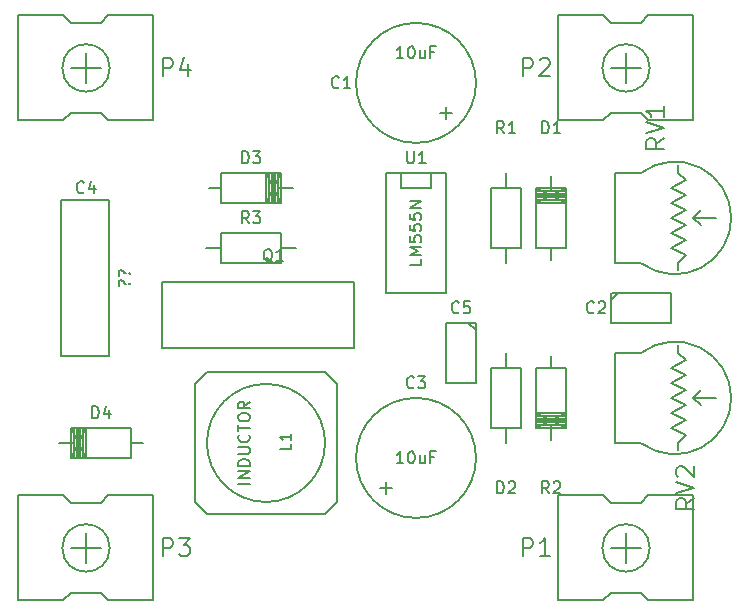
<source format=gbr>
G04 #@! TF.FileFunction,Legend,Top*
%FSLAX46Y46*%
G04 Gerber Fmt 4.6, Leading zero omitted, Abs format (unit mm)*
G04 Created by KiCad (PCBNEW 0.201502181246+5430~21~ubuntu14.04.1-product) date Sat 28 Feb 2015 06:36:47 PM PST*
%MOMM*%
G01*
G04 APERTURE LIST*
%ADD10C,0.100000*%
%ADD11C,0.150000*%
G04 APERTURE END LIST*
D10*
D11*
X118110000Y-62738000D02*
X118110000Y-61722000D01*
X118618000Y-62230000D02*
X117602000Y-62230000D01*
X120650000Y-59690000D02*
G75*
G03X120650000Y-59690000I-5080000J0D01*
G01*
X132130800Y-77470000D02*
X137160000Y-77470000D01*
X137160000Y-77470000D02*
X137160000Y-80010000D01*
X137160000Y-80010000D02*
X132080000Y-80010000D01*
X132080000Y-80010000D02*
X132080000Y-77470000D01*
X132080000Y-78105000D02*
X132715000Y-77470000D01*
X112522000Y-93980000D02*
X113538000Y-93980000D01*
X113030000Y-94488000D02*
X113030000Y-93472000D01*
X120650000Y-91440000D02*
G75*
G03X120650000Y-91440000I-5080000J0D01*
G01*
X120650000Y-80060800D02*
X120650000Y-85090000D01*
X120650000Y-85090000D02*
X118110000Y-85090000D01*
X118110000Y-85090000D02*
X118110000Y-80010000D01*
X118110000Y-80010000D02*
X120650000Y-80010000D01*
X120015000Y-80010000D02*
X120650000Y-80645000D01*
X127000000Y-73660000D02*
X127000000Y-74676000D01*
X127000000Y-68834000D02*
X127000000Y-67564000D01*
X125730000Y-69088000D02*
X128270000Y-69088000D01*
X125730000Y-69342000D02*
X128270000Y-69342000D01*
X125730000Y-69596000D02*
X128270000Y-69596000D01*
X125730000Y-68834000D02*
X128270000Y-68834000D01*
X125730000Y-69850000D02*
X128270000Y-68580000D01*
X125730000Y-68580000D02*
X128270000Y-69850000D01*
X125730000Y-69850000D02*
X128270000Y-69850000D01*
X125730000Y-69215000D02*
X128270000Y-69215000D01*
X128270000Y-68580000D02*
X125730000Y-68580000D01*
X125730000Y-68580000D02*
X125730000Y-73660000D01*
X125730000Y-73660000D02*
X128270000Y-73660000D01*
X128270000Y-73660000D02*
X128270000Y-68580000D01*
X127000000Y-83820000D02*
X127000000Y-82804000D01*
X127000000Y-88646000D02*
X127000000Y-89916000D01*
X128270000Y-88392000D02*
X125730000Y-88392000D01*
X128270000Y-88138000D02*
X125730000Y-88138000D01*
X128270000Y-87884000D02*
X125730000Y-87884000D01*
X128270000Y-88646000D02*
X125730000Y-88646000D01*
X128270000Y-87630000D02*
X125730000Y-88900000D01*
X128270000Y-88900000D02*
X125730000Y-87630000D01*
X128270000Y-87630000D02*
X125730000Y-87630000D01*
X128270000Y-88265000D02*
X125730000Y-88265000D01*
X125730000Y-88900000D02*
X128270000Y-88900000D01*
X128270000Y-88900000D02*
X128270000Y-83820000D01*
X128270000Y-83820000D02*
X125730000Y-83820000D01*
X125730000Y-83820000D02*
X125730000Y-88900000D01*
X99060000Y-68580000D02*
X98044000Y-68580000D01*
X103886000Y-68580000D02*
X105156000Y-68580000D01*
X103632000Y-67310000D02*
X103632000Y-69850000D01*
X103378000Y-67310000D02*
X103378000Y-69850000D01*
X103124000Y-67310000D02*
X103124000Y-69850000D01*
X103886000Y-67310000D02*
X103886000Y-69850000D01*
X102870000Y-67310000D02*
X104140000Y-69850000D01*
X104140000Y-67310000D02*
X102870000Y-69850000D01*
X102870000Y-67310000D02*
X102870000Y-69850000D01*
X103505000Y-67310000D02*
X103505000Y-69850000D01*
X104140000Y-69850000D02*
X104140000Y-67310000D01*
X104140000Y-67310000D02*
X99060000Y-67310000D01*
X99060000Y-67310000D02*
X99060000Y-69850000D01*
X99060000Y-69850000D02*
X104140000Y-69850000D01*
X91440000Y-90170000D02*
X92456000Y-90170000D01*
X86614000Y-90170000D02*
X85344000Y-90170000D01*
X86868000Y-91440000D02*
X86868000Y-88900000D01*
X87122000Y-91440000D02*
X87122000Y-88900000D01*
X87376000Y-91440000D02*
X87376000Y-88900000D01*
X86614000Y-91440000D02*
X86614000Y-88900000D01*
X87630000Y-91440000D02*
X86360000Y-88900000D01*
X86360000Y-91440000D02*
X87630000Y-88900000D01*
X87630000Y-91440000D02*
X87630000Y-88900000D01*
X86995000Y-91440000D02*
X86995000Y-88900000D01*
X86360000Y-88900000D02*
X86360000Y-91440000D01*
X86360000Y-91440000D02*
X91440000Y-91440000D01*
X91440000Y-91440000D02*
X91440000Y-88900000D01*
X91440000Y-88900000D02*
X86360000Y-88900000D01*
X107871260Y-90170000D02*
G75*
G03X107871260Y-90170000I-5001260J0D01*
G01*
X108869480Y-90170000D02*
X108869480Y-95171260D01*
X108869480Y-95171260D02*
X107871260Y-96169480D01*
X107871260Y-96169480D02*
X97868740Y-96169480D01*
X97868740Y-96169480D02*
X96870520Y-95171260D01*
X96870520Y-95171260D02*
X96870520Y-85168740D01*
X96870520Y-85168740D02*
X97868740Y-84170520D01*
X97868740Y-84170520D02*
X107871260Y-84170520D01*
X107871260Y-84170520D02*
X108869480Y-85168740D01*
X108869480Y-85168740D02*
X108869480Y-90170000D01*
X124460000Y-68580000D02*
X124460000Y-73660000D01*
X124460000Y-73660000D02*
X121920000Y-73660000D01*
X121920000Y-73660000D02*
X121920000Y-68580000D01*
X121920000Y-68580000D02*
X124460000Y-68580000D01*
X123190000Y-68580000D02*
X123190000Y-67310000D01*
X123190000Y-73660000D02*
X123190000Y-74930000D01*
X124460000Y-83820000D02*
X124460000Y-88900000D01*
X124460000Y-88900000D02*
X121920000Y-88900000D01*
X121920000Y-88900000D02*
X121920000Y-83820000D01*
X121920000Y-83820000D02*
X124460000Y-83820000D01*
X123190000Y-83820000D02*
X123190000Y-82550000D01*
X123190000Y-88900000D02*
X123190000Y-90170000D01*
X99060000Y-72390000D02*
X104140000Y-72390000D01*
X104140000Y-72390000D02*
X104140000Y-74930000D01*
X104140000Y-74930000D02*
X99060000Y-74930000D01*
X99060000Y-74930000D02*
X99060000Y-72390000D01*
X99060000Y-73660000D02*
X97790000Y-73660000D01*
X104140000Y-73660000D02*
X105410000Y-73660000D01*
X116840000Y-67310000D02*
X116840000Y-68580000D01*
X116840000Y-68580000D02*
X114300000Y-68580000D01*
X114300000Y-68580000D02*
X114300000Y-67310000D01*
X118110000Y-67310000D02*
X118110000Y-77470000D01*
X118110000Y-77470000D02*
X113030000Y-77470000D01*
X113030000Y-77470000D02*
X113030000Y-67310000D01*
X113030000Y-67310000D02*
X118110000Y-67310000D01*
X89611200Y-69596000D02*
X89611200Y-82804000D01*
X85547200Y-82804000D02*
X85547200Y-69596000D01*
X89611200Y-69596000D02*
X85547200Y-69596000D01*
X85547200Y-82804000D02*
X89611200Y-82804000D01*
X133350000Y-100330000D02*
X133350000Y-97790000D01*
X134620000Y-99060000D02*
X132080000Y-99060000D01*
X135358046Y-99060000D02*
G75*
G03X135358046Y-99060000I-2008046J0D01*
G01*
X131445000Y-103505000D02*
X132080000Y-102870000D01*
X132080000Y-102870000D02*
X134620000Y-102870000D01*
X134620000Y-102870000D02*
X135255000Y-103505000D01*
X135255000Y-94615000D02*
X134620000Y-95250000D01*
X134620000Y-95250000D02*
X132080000Y-95250000D01*
X132080000Y-95250000D02*
X131445000Y-94615000D01*
X139065000Y-94615000D02*
X135255000Y-94615000D01*
X139065000Y-103505000D02*
X135255000Y-103505000D01*
X127635000Y-103505000D02*
X131445000Y-103505000D01*
X127635000Y-94615000D02*
X131445000Y-94615000D01*
X127635000Y-103505000D02*
X127635000Y-94615000D01*
X139065000Y-94615000D02*
X139065000Y-103505000D01*
X133350000Y-59690000D02*
X133350000Y-57150000D01*
X134620000Y-58420000D02*
X132080000Y-58420000D01*
X135358046Y-58420000D02*
G75*
G03X135358046Y-58420000I-2008046J0D01*
G01*
X131445000Y-62865000D02*
X132080000Y-62230000D01*
X132080000Y-62230000D02*
X134620000Y-62230000D01*
X134620000Y-62230000D02*
X135255000Y-62865000D01*
X135255000Y-53975000D02*
X134620000Y-54610000D01*
X134620000Y-54610000D02*
X132080000Y-54610000D01*
X132080000Y-54610000D02*
X131445000Y-53975000D01*
X139065000Y-53975000D02*
X135255000Y-53975000D01*
X139065000Y-62865000D02*
X135255000Y-62865000D01*
X127635000Y-62865000D02*
X131445000Y-62865000D01*
X127635000Y-53975000D02*
X131445000Y-53975000D01*
X127635000Y-62865000D02*
X127635000Y-53975000D01*
X139065000Y-53975000D02*
X139065000Y-62865000D01*
X87630000Y-100330000D02*
X87630000Y-97790000D01*
X88900000Y-99060000D02*
X86360000Y-99060000D01*
X89638046Y-99060000D02*
G75*
G03X89638046Y-99060000I-2008046J0D01*
G01*
X85725000Y-103505000D02*
X86360000Y-102870000D01*
X86360000Y-102870000D02*
X88900000Y-102870000D01*
X88900000Y-102870000D02*
X89535000Y-103505000D01*
X89535000Y-94615000D02*
X88900000Y-95250000D01*
X88900000Y-95250000D02*
X86360000Y-95250000D01*
X86360000Y-95250000D02*
X85725000Y-94615000D01*
X93345000Y-94615000D02*
X89535000Y-94615000D01*
X93345000Y-103505000D02*
X89535000Y-103505000D01*
X81915000Y-103505000D02*
X85725000Y-103505000D01*
X81915000Y-94615000D02*
X85725000Y-94615000D01*
X81915000Y-103505000D02*
X81915000Y-94615000D01*
X93345000Y-94615000D02*
X93345000Y-103505000D01*
X87630000Y-59690000D02*
X87630000Y-57150000D01*
X88900000Y-58420000D02*
X86360000Y-58420000D01*
X89638046Y-58420000D02*
G75*
G03X89638046Y-58420000I-2008046J0D01*
G01*
X85725000Y-62865000D02*
X86360000Y-62230000D01*
X86360000Y-62230000D02*
X88900000Y-62230000D01*
X88900000Y-62230000D02*
X89535000Y-62865000D01*
X89535000Y-53975000D02*
X88900000Y-54610000D01*
X88900000Y-54610000D02*
X86360000Y-54610000D01*
X86360000Y-54610000D02*
X85725000Y-53975000D01*
X93345000Y-53975000D02*
X89535000Y-53975000D01*
X93345000Y-62865000D02*
X89535000Y-62865000D01*
X81915000Y-62865000D02*
X85725000Y-62865000D01*
X81915000Y-53975000D02*
X85725000Y-53975000D01*
X81915000Y-62865000D02*
X81915000Y-53975000D01*
X93345000Y-53975000D02*
X93345000Y-62865000D01*
X139065000Y-71120000D02*
X139700000Y-70485000D01*
X140970000Y-71120000D02*
X139065000Y-71120000D01*
X139065000Y-71120000D02*
X139700000Y-71755000D01*
X138430000Y-74295000D02*
X137795000Y-74930000D01*
X137795000Y-74930000D02*
X137795000Y-75565000D01*
X138430000Y-74295000D02*
X137160000Y-73660000D01*
X137160000Y-73660000D02*
X138430000Y-73025000D01*
X138430000Y-73025000D02*
X137160000Y-72390000D01*
X137160000Y-72390000D02*
X138430000Y-71755000D01*
X138430000Y-71755000D02*
X137160000Y-71120000D01*
X137160000Y-71120000D02*
X138430000Y-70485000D01*
X138430000Y-70485000D02*
X137160000Y-69850000D01*
X137160000Y-69850000D02*
X138430000Y-69215000D01*
X138430000Y-69215000D02*
X137160000Y-68580000D01*
X137160000Y-68580000D02*
X138430000Y-67945000D01*
X138430000Y-67945000D02*
X137795000Y-67310000D01*
X137795000Y-67310000D02*
X137795000Y-66675000D01*
X134685586Y-74978530D02*
G75*
G03X134620000Y-67310000I2804414J3858530D01*
G01*
X134620000Y-74930000D02*
X132410000Y-74930000D01*
X134620000Y-67310000D02*
X132410000Y-67310000D01*
X132410000Y-74930000D02*
X132410000Y-67310000D01*
X139065000Y-86360000D02*
X139700000Y-85725000D01*
X140970000Y-86360000D02*
X139065000Y-86360000D01*
X139065000Y-86360000D02*
X139700000Y-86995000D01*
X138430000Y-89535000D02*
X137795000Y-90170000D01*
X137795000Y-90170000D02*
X137795000Y-90805000D01*
X138430000Y-89535000D02*
X137160000Y-88900000D01*
X137160000Y-88900000D02*
X138430000Y-88265000D01*
X138430000Y-88265000D02*
X137160000Y-87630000D01*
X137160000Y-87630000D02*
X138430000Y-86995000D01*
X138430000Y-86995000D02*
X137160000Y-86360000D01*
X137160000Y-86360000D02*
X138430000Y-85725000D01*
X138430000Y-85725000D02*
X137160000Y-85090000D01*
X137160000Y-85090000D02*
X138430000Y-84455000D01*
X138430000Y-84455000D02*
X137160000Y-83820000D01*
X137160000Y-83820000D02*
X138430000Y-83185000D01*
X138430000Y-83185000D02*
X137795000Y-82550000D01*
X137795000Y-82550000D02*
X137795000Y-81915000D01*
X134685586Y-90218530D02*
G75*
G03X134620000Y-82550000I2804414J3858530D01*
G01*
X134620000Y-90170000D02*
X132410000Y-90170000D01*
X134620000Y-82550000D02*
X132410000Y-82550000D01*
X132410000Y-90170000D02*
X132410000Y-82550000D01*
X110363000Y-82169000D02*
X110363000Y-76581000D01*
X110363000Y-76581000D02*
X94107000Y-76581000D01*
X94107000Y-76581000D02*
X94107000Y-82169000D01*
X94107000Y-82169000D02*
X110363000Y-82169000D01*
X109053334Y-60047143D02*
X109005715Y-60094762D01*
X108862858Y-60142381D01*
X108767620Y-60142381D01*
X108624762Y-60094762D01*
X108529524Y-59999524D01*
X108481905Y-59904286D01*
X108434286Y-59713810D01*
X108434286Y-59570952D01*
X108481905Y-59380476D01*
X108529524Y-59285238D01*
X108624762Y-59190000D01*
X108767620Y-59142381D01*
X108862858Y-59142381D01*
X109005715Y-59190000D01*
X109053334Y-59237619D01*
X110005715Y-60142381D02*
X109434286Y-60142381D01*
X109720000Y-60142381D02*
X109720000Y-59142381D01*
X109624762Y-59285238D01*
X109529524Y-59380476D01*
X109434286Y-59428095D01*
X114498572Y-57602381D02*
X113927143Y-57602381D01*
X114212857Y-57602381D02*
X114212857Y-56602381D01*
X114117619Y-56745238D01*
X114022381Y-56840476D01*
X113927143Y-56888095D01*
X115117619Y-56602381D02*
X115212858Y-56602381D01*
X115308096Y-56650000D01*
X115355715Y-56697619D01*
X115403334Y-56792857D01*
X115450953Y-56983333D01*
X115450953Y-57221429D01*
X115403334Y-57411905D01*
X115355715Y-57507143D01*
X115308096Y-57554762D01*
X115212858Y-57602381D01*
X115117619Y-57602381D01*
X115022381Y-57554762D01*
X114974762Y-57507143D01*
X114927143Y-57411905D01*
X114879524Y-57221429D01*
X114879524Y-56983333D01*
X114927143Y-56792857D01*
X114974762Y-56697619D01*
X115022381Y-56650000D01*
X115117619Y-56602381D01*
X116308096Y-56935714D02*
X116308096Y-57602381D01*
X115879524Y-56935714D02*
X115879524Y-57459524D01*
X115927143Y-57554762D01*
X116022381Y-57602381D01*
X116165239Y-57602381D01*
X116260477Y-57554762D01*
X116308096Y-57507143D01*
X117117620Y-57078571D02*
X116784286Y-57078571D01*
X116784286Y-57602381D02*
X116784286Y-56602381D01*
X117260477Y-56602381D01*
X130643334Y-79097143D02*
X130595715Y-79144762D01*
X130452858Y-79192381D01*
X130357620Y-79192381D01*
X130214762Y-79144762D01*
X130119524Y-79049524D01*
X130071905Y-78954286D01*
X130024286Y-78763810D01*
X130024286Y-78620952D01*
X130071905Y-78430476D01*
X130119524Y-78335238D01*
X130214762Y-78240000D01*
X130357620Y-78192381D01*
X130452858Y-78192381D01*
X130595715Y-78240000D01*
X130643334Y-78287619D01*
X131024286Y-78287619D02*
X131071905Y-78240000D01*
X131167143Y-78192381D01*
X131405239Y-78192381D01*
X131500477Y-78240000D01*
X131548096Y-78287619D01*
X131595715Y-78382857D01*
X131595715Y-78478095D01*
X131548096Y-78620952D01*
X130976667Y-79192381D01*
X131595715Y-79192381D01*
X115403334Y-85447143D02*
X115355715Y-85494762D01*
X115212858Y-85542381D01*
X115117620Y-85542381D01*
X114974762Y-85494762D01*
X114879524Y-85399524D01*
X114831905Y-85304286D01*
X114784286Y-85113810D01*
X114784286Y-84970952D01*
X114831905Y-84780476D01*
X114879524Y-84685238D01*
X114974762Y-84590000D01*
X115117620Y-84542381D01*
X115212858Y-84542381D01*
X115355715Y-84590000D01*
X115403334Y-84637619D01*
X115736667Y-84542381D02*
X116355715Y-84542381D01*
X116022381Y-84923333D01*
X116165239Y-84923333D01*
X116260477Y-84970952D01*
X116308096Y-85018571D01*
X116355715Y-85113810D01*
X116355715Y-85351905D01*
X116308096Y-85447143D01*
X116260477Y-85494762D01*
X116165239Y-85542381D01*
X115879524Y-85542381D01*
X115784286Y-85494762D01*
X115736667Y-85447143D01*
X114498572Y-91892381D02*
X113927143Y-91892381D01*
X114212857Y-91892381D02*
X114212857Y-90892381D01*
X114117619Y-91035238D01*
X114022381Y-91130476D01*
X113927143Y-91178095D01*
X115117619Y-90892381D02*
X115212858Y-90892381D01*
X115308096Y-90940000D01*
X115355715Y-90987619D01*
X115403334Y-91082857D01*
X115450953Y-91273333D01*
X115450953Y-91511429D01*
X115403334Y-91701905D01*
X115355715Y-91797143D01*
X115308096Y-91844762D01*
X115212858Y-91892381D01*
X115117619Y-91892381D01*
X115022381Y-91844762D01*
X114974762Y-91797143D01*
X114927143Y-91701905D01*
X114879524Y-91511429D01*
X114879524Y-91273333D01*
X114927143Y-91082857D01*
X114974762Y-90987619D01*
X115022381Y-90940000D01*
X115117619Y-90892381D01*
X116308096Y-91225714D02*
X116308096Y-91892381D01*
X115879524Y-91225714D02*
X115879524Y-91749524D01*
X115927143Y-91844762D01*
X116022381Y-91892381D01*
X116165239Y-91892381D01*
X116260477Y-91844762D01*
X116308096Y-91797143D01*
X117117620Y-91368571D02*
X116784286Y-91368571D01*
X116784286Y-91892381D02*
X116784286Y-90892381D01*
X117260477Y-90892381D01*
X119213334Y-79097143D02*
X119165715Y-79144762D01*
X119022858Y-79192381D01*
X118927620Y-79192381D01*
X118784762Y-79144762D01*
X118689524Y-79049524D01*
X118641905Y-78954286D01*
X118594286Y-78763810D01*
X118594286Y-78620952D01*
X118641905Y-78430476D01*
X118689524Y-78335238D01*
X118784762Y-78240000D01*
X118927620Y-78192381D01*
X119022858Y-78192381D01*
X119165715Y-78240000D01*
X119213334Y-78287619D01*
X120118096Y-78192381D02*
X119641905Y-78192381D01*
X119594286Y-78668571D01*
X119641905Y-78620952D01*
X119737143Y-78573333D01*
X119975239Y-78573333D01*
X120070477Y-78620952D01*
X120118096Y-78668571D01*
X120165715Y-78763810D01*
X120165715Y-79001905D01*
X120118096Y-79097143D01*
X120070477Y-79144762D01*
X119975239Y-79192381D01*
X119737143Y-79192381D01*
X119641905Y-79144762D01*
X119594286Y-79097143D01*
X126261905Y-63952381D02*
X126261905Y-62952381D01*
X126500000Y-62952381D01*
X126642858Y-63000000D01*
X126738096Y-63095238D01*
X126785715Y-63190476D01*
X126833334Y-63380952D01*
X126833334Y-63523810D01*
X126785715Y-63714286D01*
X126738096Y-63809524D01*
X126642858Y-63904762D01*
X126500000Y-63952381D01*
X126261905Y-63952381D01*
X127785715Y-63952381D02*
X127214286Y-63952381D01*
X127500000Y-63952381D02*
X127500000Y-62952381D01*
X127404762Y-63095238D01*
X127309524Y-63190476D01*
X127214286Y-63238095D01*
X122451905Y-94432381D02*
X122451905Y-93432381D01*
X122690000Y-93432381D01*
X122832858Y-93480000D01*
X122928096Y-93575238D01*
X122975715Y-93670476D01*
X123023334Y-93860952D01*
X123023334Y-94003810D01*
X122975715Y-94194286D01*
X122928096Y-94289524D01*
X122832858Y-94384762D01*
X122690000Y-94432381D01*
X122451905Y-94432381D01*
X123404286Y-93527619D02*
X123451905Y-93480000D01*
X123547143Y-93432381D01*
X123785239Y-93432381D01*
X123880477Y-93480000D01*
X123928096Y-93527619D01*
X123975715Y-93622857D01*
X123975715Y-93718095D01*
X123928096Y-93860952D01*
X123356667Y-94432381D01*
X123975715Y-94432381D01*
X100861905Y-66492381D02*
X100861905Y-65492381D01*
X101100000Y-65492381D01*
X101242858Y-65540000D01*
X101338096Y-65635238D01*
X101385715Y-65730476D01*
X101433334Y-65920952D01*
X101433334Y-66063810D01*
X101385715Y-66254286D01*
X101338096Y-66349524D01*
X101242858Y-66444762D01*
X101100000Y-66492381D01*
X100861905Y-66492381D01*
X101766667Y-65492381D02*
X102385715Y-65492381D01*
X102052381Y-65873333D01*
X102195239Y-65873333D01*
X102290477Y-65920952D01*
X102338096Y-65968571D01*
X102385715Y-66063810D01*
X102385715Y-66301905D01*
X102338096Y-66397143D01*
X102290477Y-66444762D01*
X102195239Y-66492381D01*
X101909524Y-66492381D01*
X101814286Y-66444762D01*
X101766667Y-66397143D01*
X88161905Y-88082381D02*
X88161905Y-87082381D01*
X88400000Y-87082381D01*
X88542858Y-87130000D01*
X88638096Y-87225238D01*
X88685715Y-87320476D01*
X88733334Y-87510952D01*
X88733334Y-87653810D01*
X88685715Y-87844286D01*
X88638096Y-87939524D01*
X88542858Y-88034762D01*
X88400000Y-88082381D01*
X88161905Y-88082381D01*
X89590477Y-87415714D02*
X89590477Y-88082381D01*
X89352381Y-87034762D02*
X89114286Y-87749048D01*
X89733334Y-87749048D01*
X105021641Y-90237606D02*
X105021641Y-90713797D01*
X104021641Y-90713797D01*
X105021641Y-89380463D02*
X105021641Y-89951892D01*
X105021641Y-89666178D02*
X104021641Y-89666178D01*
X104164498Y-89761416D01*
X104259736Y-89856654D01*
X104307355Y-89951892D01*
X101521521Y-93622381D02*
X100521521Y-93622381D01*
X101521521Y-93146191D02*
X100521521Y-93146191D01*
X101521521Y-92574762D01*
X100521521Y-92574762D01*
X101521521Y-92098572D02*
X100521521Y-92098572D01*
X100521521Y-91860477D01*
X100569140Y-91717619D01*
X100664378Y-91622381D01*
X100759616Y-91574762D01*
X100950092Y-91527143D01*
X101092950Y-91527143D01*
X101283426Y-91574762D01*
X101378664Y-91622381D01*
X101473902Y-91717619D01*
X101521521Y-91860477D01*
X101521521Y-92098572D01*
X100521521Y-91098572D02*
X101331045Y-91098572D01*
X101426283Y-91050953D01*
X101473902Y-91003334D01*
X101521521Y-90908096D01*
X101521521Y-90717619D01*
X101473902Y-90622381D01*
X101426283Y-90574762D01*
X101331045Y-90527143D01*
X100521521Y-90527143D01*
X101426283Y-89479524D02*
X101473902Y-89527143D01*
X101521521Y-89670000D01*
X101521521Y-89765238D01*
X101473902Y-89908096D01*
X101378664Y-90003334D01*
X101283426Y-90050953D01*
X101092950Y-90098572D01*
X100950092Y-90098572D01*
X100759616Y-90050953D01*
X100664378Y-90003334D01*
X100569140Y-89908096D01*
X100521521Y-89765238D01*
X100521521Y-89670000D01*
X100569140Y-89527143D01*
X100616759Y-89479524D01*
X100521521Y-89193810D02*
X100521521Y-88622381D01*
X101521521Y-88908096D02*
X100521521Y-88908096D01*
X100521521Y-88098572D02*
X100521521Y-87908095D01*
X100569140Y-87812857D01*
X100664378Y-87717619D01*
X100854854Y-87670000D01*
X101188188Y-87670000D01*
X101378664Y-87717619D01*
X101473902Y-87812857D01*
X101521521Y-87908095D01*
X101521521Y-88098572D01*
X101473902Y-88193810D01*
X101378664Y-88289048D01*
X101188188Y-88336667D01*
X100854854Y-88336667D01*
X100664378Y-88289048D01*
X100569140Y-88193810D01*
X100521521Y-88098572D01*
X101521521Y-86670000D02*
X101045330Y-87003334D01*
X101521521Y-87241429D02*
X100521521Y-87241429D01*
X100521521Y-86860476D01*
X100569140Y-86765238D01*
X100616759Y-86717619D01*
X100711997Y-86670000D01*
X100854854Y-86670000D01*
X100950092Y-86717619D01*
X100997711Y-86765238D01*
X101045330Y-86860476D01*
X101045330Y-87241429D01*
X123023334Y-63952381D02*
X122690000Y-63476190D01*
X122451905Y-63952381D02*
X122451905Y-62952381D01*
X122832858Y-62952381D01*
X122928096Y-63000000D01*
X122975715Y-63047619D01*
X123023334Y-63142857D01*
X123023334Y-63285714D01*
X122975715Y-63380952D01*
X122928096Y-63428571D01*
X122832858Y-63476190D01*
X122451905Y-63476190D01*
X123975715Y-63952381D02*
X123404286Y-63952381D01*
X123690000Y-63952381D02*
X123690000Y-62952381D01*
X123594762Y-63095238D01*
X123499524Y-63190476D01*
X123404286Y-63238095D01*
X126833334Y-94432381D02*
X126500000Y-93956190D01*
X126261905Y-94432381D02*
X126261905Y-93432381D01*
X126642858Y-93432381D01*
X126738096Y-93480000D01*
X126785715Y-93527619D01*
X126833334Y-93622857D01*
X126833334Y-93765714D01*
X126785715Y-93860952D01*
X126738096Y-93908571D01*
X126642858Y-93956190D01*
X126261905Y-93956190D01*
X127214286Y-93527619D02*
X127261905Y-93480000D01*
X127357143Y-93432381D01*
X127595239Y-93432381D01*
X127690477Y-93480000D01*
X127738096Y-93527619D01*
X127785715Y-93622857D01*
X127785715Y-93718095D01*
X127738096Y-93860952D01*
X127166667Y-94432381D01*
X127785715Y-94432381D01*
X101433334Y-71572381D02*
X101100000Y-71096190D01*
X100861905Y-71572381D02*
X100861905Y-70572381D01*
X101242858Y-70572381D01*
X101338096Y-70620000D01*
X101385715Y-70667619D01*
X101433334Y-70762857D01*
X101433334Y-70905714D01*
X101385715Y-71000952D01*
X101338096Y-71048571D01*
X101242858Y-71096190D01*
X100861905Y-71096190D01*
X101766667Y-70572381D02*
X102385715Y-70572381D01*
X102052381Y-70953333D01*
X102195239Y-70953333D01*
X102290477Y-71000952D01*
X102338096Y-71048571D01*
X102385715Y-71143810D01*
X102385715Y-71381905D01*
X102338096Y-71477143D01*
X102290477Y-71524762D01*
X102195239Y-71572381D01*
X101909524Y-71572381D01*
X101814286Y-71524762D01*
X101766667Y-71477143D01*
X114808095Y-65492381D02*
X114808095Y-66301905D01*
X114855714Y-66397143D01*
X114903333Y-66444762D01*
X114998571Y-66492381D01*
X115189048Y-66492381D01*
X115284286Y-66444762D01*
X115331905Y-66397143D01*
X115379524Y-66301905D01*
X115379524Y-65492381D01*
X116379524Y-66492381D02*
X115808095Y-66492381D01*
X116093809Y-66492381D02*
X116093809Y-65492381D01*
X115998571Y-65635238D01*
X115903333Y-65730476D01*
X115808095Y-65778095D01*
X116022381Y-74604285D02*
X116022381Y-75080476D01*
X115022381Y-75080476D01*
X116022381Y-74270952D02*
X115022381Y-74270952D01*
X115736667Y-73937618D01*
X115022381Y-73604285D01*
X116022381Y-73604285D01*
X115022381Y-72651904D02*
X115022381Y-73128095D01*
X115498571Y-73175714D01*
X115450952Y-73128095D01*
X115403333Y-73032857D01*
X115403333Y-72794761D01*
X115450952Y-72699523D01*
X115498571Y-72651904D01*
X115593810Y-72604285D01*
X115831905Y-72604285D01*
X115927143Y-72651904D01*
X115974762Y-72699523D01*
X116022381Y-72794761D01*
X116022381Y-73032857D01*
X115974762Y-73128095D01*
X115927143Y-73175714D01*
X115022381Y-71699523D02*
X115022381Y-72175714D01*
X115498571Y-72223333D01*
X115450952Y-72175714D01*
X115403333Y-72080476D01*
X115403333Y-71842380D01*
X115450952Y-71747142D01*
X115498571Y-71699523D01*
X115593810Y-71651904D01*
X115831905Y-71651904D01*
X115927143Y-71699523D01*
X115974762Y-71747142D01*
X116022381Y-71842380D01*
X116022381Y-72080476D01*
X115974762Y-72175714D01*
X115927143Y-72223333D01*
X115022381Y-70747142D02*
X115022381Y-71223333D01*
X115498571Y-71270952D01*
X115450952Y-71223333D01*
X115403333Y-71128095D01*
X115403333Y-70889999D01*
X115450952Y-70794761D01*
X115498571Y-70747142D01*
X115593810Y-70699523D01*
X115831905Y-70699523D01*
X115927143Y-70747142D01*
X115974762Y-70794761D01*
X116022381Y-70889999D01*
X116022381Y-71128095D01*
X115974762Y-71223333D01*
X115927143Y-71270952D01*
X116022381Y-70270952D02*
X115022381Y-70270952D01*
X116022381Y-69699523D01*
X115022381Y-69699523D01*
X87463334Y-68937143D02*
X87415715Y-68984762D01*
X87272858Y-69032381D01*
X87177620Y-69032381D01*
X87034762Y-68984762D01*
X86939524Y-68889524D01*
X86891905Y-68794286D01*
X86844286Y-68603810D01*
X86844286Y-68460952D01*
X86891905Y-68270476D01*
X86939524Y-68175238D01*
X87034762Y-68080000D01*
X87177620Y-68032381D01*
X87272858Y-68032381D01*
X87415715Y-68080000D01*
X87463334Y-68127619D01*
X88320477Y-68365714D02*
X88320477Y-69032381D01*
X88082381Y-67984762D02*
X87844286Y-68699048D01*
X88463334Y-68699048D01*
X91289143Y-76676191D02*
X91336762Y-76628572D01*
X91384381Y-76676191D01*
X91336762Y-76723810D01*
X91289143Y-76676191D01*
X91384381Y-76676191D01*
X90432000Y-76866667D02*
X90384381Y-76771429D01*
X90384381Y-76533333D01*
X90432000Y-76438095D01*
X90527238Y-76390476D01*
X90622476Y-76390476D01*
X90717714Y-76438095D01*
X90765333Y-76485714D01*
X90812952Y-76580953D01*
X90860571Y-76628572D01*
X90955810Y-76676191D01*
X91003429Y-76676191D01*
X91289143Y-75819048D02*
X91336762Y-75771429D01*
X91384381Y-75819048D01*
X91336762Y-75866667D01*
X91289143Y-75819048D01*
X91384381Y-75819048D01*
X90432000Y-76009524D02*
X90384381Y-75914286D01*
X90384381Y-75676190D01*
X90432000Y-75580952D01*
X90527238Y-75533333D01*
X90622476Y-75533333D01*
X90717714Y-75580952D01*
X90765333Y-75628571D01*
X90812952Y-75723810D01*
X90860571Y-75771429D01*
X90955810Y-75819048D01*
X91003429Y-75819048D01*
X124622858Y-99738571D02*
X124622858Y-98238571D01*
X125194286Y-98238571D01*
X125337144Y-98310000D01*
X125408572Y-98381429D01*
X125480001Y-98524286D01*
X125480001Y-98738571D01*
X125408572Y-98881429D01*
X125337144Y-98952857D01*
X125194286Y-99024286D01*
X124622858Y-99024286D01*
X126908572Y-99738571D02*
X126051429Y-99738571D01*
X126480001Y-99738571D02*
X126480001Y-98238571D01*
X126337144Y-98452857D01*
X126194286Y-98595714D01*
X126051429Y-98667143D01*
X124622858Y-59098571D02*
X124622858Y-57598571D01*
X125194286Y-57598571D01*
X125337144Y-57670000D01*
X125408572Y-57741429D01*
X125480001Y-57884286D01*
X125480001Y-58098571D01*
X125408572Y-58241429D01*
X125337144Y-58312857D01*
X125194286Y-58384286D01*
X124622858Y-58384286D01*
X126051429Y-57741429D02*
X126122858Y-57670000D01*
X126265715Y-57598571D01*
X126622858Y-57598571D01*
X126765715Y-57670000D01*
X126837144Y-57741429D01*
X126908572Y-57884286D01*
X126908572Y-58027143D01*
X126837144Y-58241429D01*
X125980001Y-59098571D01*
X126908572Y-59098571D01*
X94142858Y-99738571D02*
X94142858Y-98238571D01*
X94714286Y-98238571D01*
X94857144Y-98310000D01*
X94928572Y-98381429D01*
X95000001Y-98524286D01*
X95000001Y-98738571D01*
X94928572Y-98881429D01*
X94857144Y-98952857D01*
X94714286Y-99024286D01*
X94142858Y-99024286D01*
X95500001Y-98238571D02*
X96428572Y-98238571D01*
X95928572Y-98810000D01*
X96142858Y-98810000D01*
X96285715Y-98881429D01*
X96357144Y-98952857D01*
X96428572Y-99095714D01*
X96428572Y-99452857D01*
X96357144Y-99595714D01*
X96285715Y-99667143D01*
X96142858Y-99738571D01*
X95714286Y-99738571D01*
X95571429Y-99667143D01*
X95500001Y-99595714D01*
X94142858Y-59098571D02*
X94142858Y-57598571D01*
X94714286Y-57598571D01*
X94857144Y-57670000D01*
X94928572Y-57741429D01*
X95000001Y-57884286D01*
X95000001Y-58098571D01*
X94928572Y-58241429D01*
X94857144Y-58312857D01*
X94714286Y-58384286D01*
X94142858Y-58384286D01*
X96285715Y-58098571D02*
X96285715Y-59098571D01*
X95928572Y-57527143D02*
X95571429Y-58598571D01*
X96500001Y-58598571D01*
X136568571Y-64392856D02*
X135854286Y-64892856D01*
X136568571Y-65249999D02*
X135068571Y-65249999D01*
X135068571Y-64678571D01*
X135140000Y-64535713D01*
X135211429Y-64464285D01*
X135354286Y-64392856D01*
X135568571Y-64392856D01*
X135711429Y-64464285D01*
X135782857Y-64535713D01*
X135854286Y-64678571D01*
X135854286Y-65249999D01*
X135068571Y-63964285D02*
X136568571Y-63464285D01*
X135068571Y-62964285D01*
X136568571Y-61678571D02*
X136568571Y-62535714D01*
X136568571Y-62107142D02*
X135068571Y-62107142D01*
X135282857Y-62249999D01*
X135425714Y-62392857D01*
X135497143Y-62535714D01*
X139108571Y-94872856D02*
X138394286Y-95372856D01*
X139108571Y-95729999D02*
X137608571Y-95729999D01*
X137608571Y-95158571D01*
X137680000Y-95015713D01*
X137751429Y-94944285D01*
X137894286Y-94872856D01*
X138108571Y-94872856D01*
X138251429Y-94944285D01*
X138322857Y-95015713D01*
X138394286Y-95158571D01*
X138394286Y-95729999D01*
X137608571Y-94444285D02*
X139108571Y-93944285D01*
X137608571Y-93444285D01*
X137751429Y-93015714D02*
X137680000Y-92944285D01*
X137608571Y-92801428D01*
X137608571Y-92444285D01*
X137680000Y-92301428D01*
X137751429Y-92229999D01*
X137894286Y-92158571D01*
X138037143Y-92158571D01*
X138251429Y-92229999D01*
X139108571Y-93087142D01*
X139108571Y-92158571D01*
X103409762Y-74842619D02*
X103314524Y-74795000D01*
X103219286Y-74699762D01*
X103076429Y-74556905D01*
X102981190Y-74509286D01*
X102885952Y-74509286D01*
X102933571Y-74747381D02*
X102838333Y-74699762D01*
X102743095Y-74604524D01*
X102695476Y-74414048D01*
X102695476Y-74080714D01*
X102743095Y-73890238D01*
X102838333Y-73795000D01*
X102933571Y-73747381D01*
X103124048Y-73747381D01*
X103219286Y-73795000D01*
X103314524Y-73890238D01*
X103362143Y-74080714D01*
X103362143Y-74414048D01*
X103314524Y-74604524D01*
X103219286Y-74699762D01*
X103124048Y-74747381D01*
X102933571Y-74747381D01*
X104314524Y-74747381D02*
X103743095Y-74747381D01*
X104028809Y-74747381D02*
X104028809Y-73747381D01*
X103933571Y-73890238D01*
X103838333Y-73985476D01*
X103743095Y-74033095D01*
M02*

</source>
